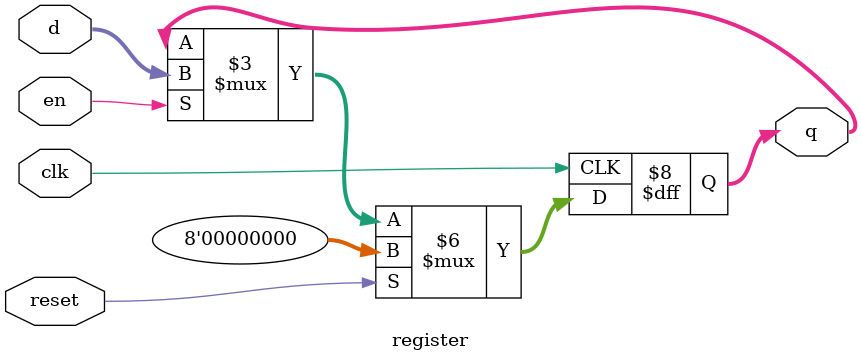
<source format=v>
module register
#(parameter WIDTH = 8)
(
	input clk, reset, en,
	input [(WIDTH-1):0] d,
	output reg [(WIDTH-1):0] q
);

always @(posedge clk) begin

	if (reset) 		q <= 'd0;
	else if (en) 	q <= d;
	else 				q <= q;

end

endmodule

</source>
